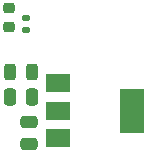
<source format=gbr>
%TF.GenerationSoftware,KiCad,Pcbnew,(6.0.7)*%
%TF.CreationDate,2022-08-28T18:35:31-07:00*%
%TF.ProjectId,RP2040_Injector,52503230-3430-45f4-996e-6a6563746f72,rev?*%
%TF.SameCoordinates,Original*%
%TF.FileFunction,Paste,Bot*%
%TF.FilePolarity,Positive*%
%FSLAX46Y46*%
G04 Gerber Fmt 4.6, Leading zero omitted, Abs format (unit mm)*
G04 Created by KiCad (PCBNEW (6.0.7)) date 2022-08-28 18:35:31*
%MOMM*%
%LPD*%
G01*
G04 APERTURE LIST*
G04 Aperture macros list*
%AMRoundRect*
0 Rectangle with rounded corners*
0 $1 Rounding radius*
0 $2 $3 $4 $5 $6 $7 $8 $9 X,Y pos of 4 corners*
0 Add a 4 corners polygon primitive as box body*
4,1,4,$2,$3,$4,$5,$6,$7,$8,$9,$2,$3,0*
0 Add four circle primitives for the rounded corners*
1,1,$1+$1,$2,$3*
1,1,$1+$1,$4,$5*
1,1,$1+$1,$6,$7*
1,1,$1+$1,$8,$9*
0 Add four rect primitives between the rounded corners*
20,1,$1+$1,$2,$3,$4,$5,0*
20,1,$1+$1,$4,$5,$6,$7,0*
20,1,$1+$1,$6,$7,$8,$9,0*
20,1,$1+$1,$8,$9,$2,$3,0*%
G04 Aperture macros list end*
%ADD10RoundRect,0.250000X-0.475000X0.250000X-0.475000X-0.250000X0.475000X-0.250000X0.475000X0.250000X0*%
%ADD11RoundRect,0.243750X-0.243750X-0.456250X0.243750X-0.456250X0.243750X0.456250X-0.243750X0.456250X0*%
%ADD12RoundRect,0.250000X0.250000X0.475000X-0.250000X0.475000X-0.250000X-0.475000X0.250000X-0.475000X0*%
%ADD13R,2.000000X1.500000*%
%ADD14R,2.000000X3.800000*%
%ADD15RoundRect,0.135000X0.185000X-0.135000X0.185000X0.135000X-0.185000X0.135000X-0.185000X-0.135000X0*%
%ADD16RoundRect,0.218750X0.256250X-0.218750X0.256250X0.218750X-0.256250X0.218750X-0.256250X-0.218750X0*%
G04 APERTURE END LIST*
D10*
%TO.C,C13*%
X102720000Y-97820000D03*
X102720000Y-99720000D03*
%TD*%
D11*
%TO.C,F1*%
X101092500Y-93610000D03*
X102967500Y-93610000D03*
%TD*%
D12*
%TO.C,C12*%
X102950000Y-95700000D03*
X101050000Y-95700000D03*
%TD*%
D13*
%TO.C,U1*%
X105140000Y-99160000D03*
D14*
X111440000Y-96860000D03*
D13*
X105140000Y-96860000D03*
X105140000Y-94560000D03*
%TD*%
D15*
%TO.C,R1*%
X102400000Y-90010000D03*
X102400000Y-88990000D03*
%TD*%
D16*
%TO.C,D1*%
X101000000Y-89787500D03*
X101000000Y-88212500D03*
%TD*%
M02*

</source>
